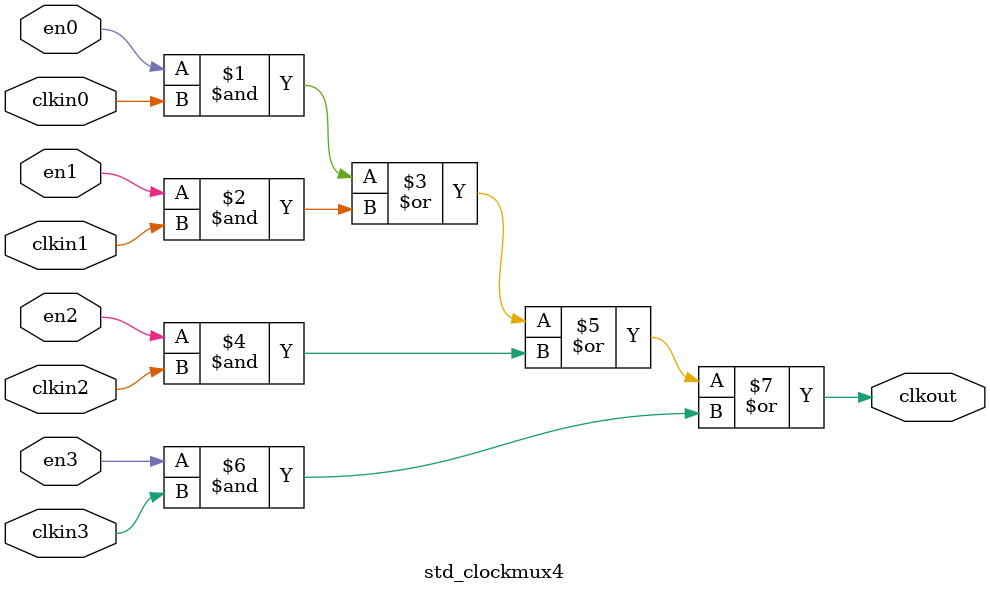
<source format=sv>

module std_clockmux4 #(parameter N    = 1 /*vector width*/)
(
	input [N-1:0]  en0, // clkin0 enable (stable high)
	input [N-1:0]  en1, // clkin1 enable (stable high)
	input [N-1:0]  en2, // clkin1 enable (stable high)
	input [N-1:0]  en3, // clkin1 enable (stable high)
	input [N-1:0]  clkin0, // clock input
	input [N-1:0]  clkin1, // clock input
	input [N-1:0]  clkin2, // clock input
	input [N-1:0]  clkin3, // clock input
	output [N-1:0] clkout // clock output
);

assign clkout[N-1:0] = (en0[N-1:0] & clkin0[N-1:0]) |
	(en1[N-1:0] & clkin1[N-1:0]) |
	(en2[N-1:0] & clkin2[N-1:0]) |
	(en3[N-1:0] & clkin3[N-1:0]);

endmodule//std_clockmux4
</source>
